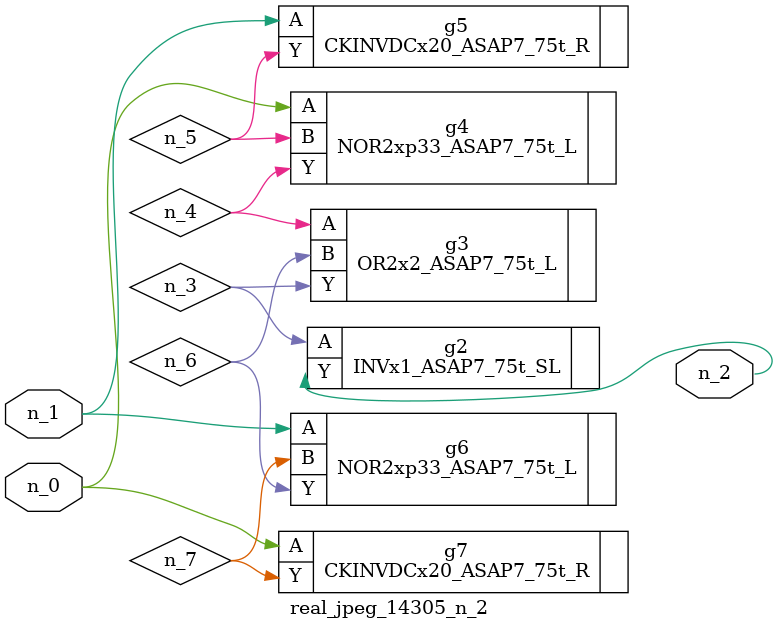
<source format=v>
module real_jpeg_14305_n_2 (n_1, n_0, n_2);

input n_1;
input n_0;

output n_2;

wire n_5;
wire n_4;
wire n_6;
wire n_7;
wire n_3;

NOR2xp33_ASAP7_75t_L g4 ( 
.A(n_0),
.B(n_5),
.Y(n_4)
);

CKINVDCx20_ASAP7_75t_R g7 ( 
.A(n_0),
.Y(n_7)
);

CKINVDCx20_ASAP7_75t_R g5 ( 
.A(n_1),
.Y(n_5)
);

NOR2xp33_ASAP7_75t_L g6 ( 
.A(n_1),
.B(n_7),
.Y(n_6)
);

INVx1_ASAP7_75t_SL g2 ( 
.A(n_3),
.Y(n_2)
);

OR2x2_ASAP7_75t_L g3 ( 
.A(n_4),
.B(n_6),
.Y(n_3)
);


endmodule
</source>
